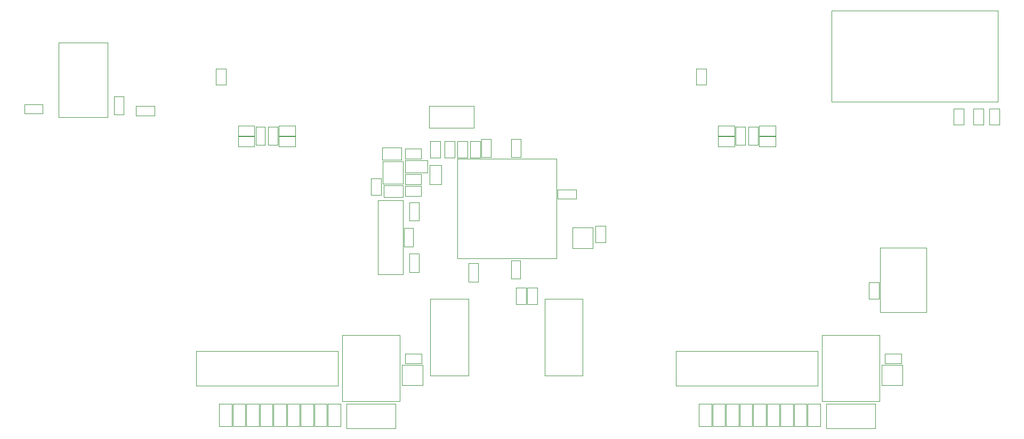
<source format=gbr>
G04 #@! TF.GenerationSoftware,KiCad,Pcbnew,5.0.2-bee76a0~70~ubuntu18.04.1*
G04 #@! TF.CreationDate,2019-04-15T14:09:08+02:00*
G04 #@! TF.ProjectId,top-board,746f702d-626f-4617-9264-2e6b69636164,rev?*
G04 #@! TF.SameCoordinates,PX47b3528PY2897428*
G04 #@! TF.FileFunction,Other,User*
%FSLAX46Y46*%
G04 Gerber Fmt 4.6, Leading zero omitted, Abs format (unit mm)*
G04 Created by KiCad (PCBNEW 5.0.2-bee76a0~70~ubuntu18.04.1) date Mon 15 Apr 2019 02:09:08 PM CEST*
%MOMM*%
%LPD*%
G01*
G04 APERTURE LIST*
%ADD10C,0.050000*%
G04 APERTURE END LIST*
D10*
G04 #@! TO.C,C1*
X4902540Y-4990400D02*
X7802540Y-4990400D01*
X4902540Y-6490400D02*
X7802540Y-6490400D01*
X4902540Y-4990400D02*
X4902540Y-6490400D01*
X7802540Y-4990400D02*
X7802540Y-6490400D01*
G04 #@! TO.C,C3*
X25517100Y-6764900D02*
X22617100Y-6764900D01*
X25517100Y-5264900D02*
X22617100Y-5264900D01*
X25517100Y-6764900D02*
X25517100Y-5264900D01*
X22617100Y-6764900D02*
X22617100Y-5264900D01*
G04 #@! TO.C,C21*
X116189600Y-52601900D02*
X116189600Y-56201900D01*
X114189600Y-52601900D02*
X114189600Y-56201900D01*
X116189600Y-52601900D02*
X114189600Y-52601900D01*
X116189600Y-56201900D02*
X114189600Y-56201900D01*
G04 #@! TO.C,C22*
X116348600Y-56201900D02*
X116348600Y-52601900D01*
X118348600Y-56201900D02*
X118348600Y-52601900D01*
X116348600Y-56201900D02*
X118348600Y-56201900D01*
X116348600Y-52601900D02*
X118348600Y-52601900D01*
G04 #@! TO.C,C37*
X129302600Y-56201900D02*
X129302600Y-52601900D01*
X131302600Y-56201900D02*
X131302600Y-52601900D01*
X129302600Y-56201900D02*
X131302600Y-56201900D01*
X129302600Y-52601900D02*
X131302600Y-52601900D01*
G04 #@! TO.C,C35*
X120666600Y-56201900D02*
X120666600Y-52601900D01*
X122666600Y-56201900D02*
X122666600Y-52601900D01*
X120666600Y-56201900D02*
X122666600Y-56201900D01*
X120666600Y-52601900D02*
X122666600Y-52601900D01*
G04 #@! TO.C,C23*
X118507600Y-56201900D02*
X118507600Y-52601900D01*
X120507600Y-56201900D02*
X120507600Y-52601900D01*
X118507600Y-56201900D02*
X120507600Y-56201900D01*
X118507600Y-52601900D02*
X120507600Y-52601900D01*
G04 #@! TO.C,C33*
X122825600Y-56201900D02*
X122825600Y-52601900D01*
X124825600Y-56201900D02*
X124825600Y-52601900D01*
X122825600Y-56201900D02*
X124825600Y-56201900D01*
X122825600Y-52601900D02*
X124825600Y-52601900D01*
G04 #@! TO.C,C31*
X124984600Y-56201900D02*
X124984600Y-52601900D01*
X126984600Y-56201900D02*
X126984600Y-52601900D01*
X124984600Y-56201900D02*
X126984600Y-56201900D01*
X124984600Y-52601900D02*
X126984600Y-52601900D01*
G04 #@! TO.C,C29*
X127143600Y-56201900D02*
X127143600Y-52601900D01*
X129143600Y-56201900D02*
X129143600Y-52601900D01*
X127143600Y-56201900D02*
X129143600Y-56201900D01*
X127143600Y-52601900D02*
X129143600Y-52601900D01*
G04 #@! TO.C,C27*
X112030600Y-56201900D02*
X112030600Y-52601900D01*
X114030600Y-56201900D02*
X114030600Y-52601900D01*
X112030600Y-56201900D02*
X114030600Y-56201900D01*
X112030600Y-52601900D02*
X114030600Y-52601900D01*
G04 #@! TO.C,C24*
X39989600Y-52601900D02*
X39989600Y-56201900D01*
X37989600Y-52601900D02*
X37989600Y-56201900D01*
X39989600Y-52601900D02*
X37989600Y-52601900D01*
X39989600Y-56201900D02*
X37989600Y-56201900D01*
G04 #@! TO.C,C25*
X40148600Y-56201900D02*
X40148600Y-52601900D01*
X42148600Y-56201900D02*
X42148600Y-52601900D01*
X40148600Y-56201900D02*
X42148600Y-56201900D01*
X40148600Y-52601900D02*
X42148600Y-52601900D01*
G04 #@! TO.C,C38*
X53102600Y-56201900D02*
X53102600Y-52601900D01*
X55102600Y-56201900D02*
X55102600Y-52601900D01*
X53102600Y-56201900D02*
X55102600Y-56201900D01*
X53102600Y-52601900D02*
X55102600Y-52601900D01*
G04 #@! TO.C,C36*
X44466600Y-56201900D02*
X44466600Y-52601900D01*
X46466600Y-56201900D02*
X46466600Y-52601900D01*
X44466600Y-56201900D02*
X46466600Y-56201900D01*
X44466600Y-52601900D02*
X46466600Y-52601900D01*
G04 #@! TO.C,C26*
X42307600Y-56201900D02*
X42307600Y-52601900D01*
X44307600Y-56201900D02*
X44307600Y-52601900D01*
X42307600Y-56201900D02*
X44307600Y-56201900D01*
X42307600Y-52601900D02*
X44307600Y-52601900D01*
G04 #@! TO.C,C34*
X46625600Y-56201900D02*
X46625600Y-52601900D01*
X48625600Y-56201900D02*
X48625600Y-52601900D01*
X46625600Y-56201900D02*
X48625600Y-56201900D01*
X46625600Y-52601900D02*
X48625600Y-52601900D01*
G04 #@! TO.C,C32*
X48784600Y-56201900D02*
X48784600Y-52601900D01*
X50784600Y-56201900D02*
X50784600Y-52601900D01*
X48784600Y-56201900D02*
X50784600Y-56201900D01*
X48784600Y-52601900D02*
X50784600Y-52601900D01*
G04 #@! TO.C,C30*
X50943600Y-56201900D02*
X50943600Y-52601900D01*
X52943600Y-56201900D02*
X52943600Y-52601900D01*
X50943600Y-56201900D02*
X52943600Y-56201900D01*
X50943600Y-52601900D02*
X52943600Y-52601900D01*
G04 #@! TO.C,C28*
X35830600Y-56201900D02*
X35830600Y-52601900D01*
X37830600Y-56201900D02*
X37830600Y-52601900D01*
X35830600Y-56201900D02*
X37830600Y-56201900D01*
X35830600Y-52601900D02*
X37830600Y-52601900D01*
G04 #@! TO.C,C9*
X76950600Y-30282400D02*
X76950600Y-33182400D01*
X75450600Y-30282400D02*
X75450600Y-33182400D01*
X76950600Y-30282400D02*
X75450600Y-30282400D01*
X76950600Y-33182400D02*
X75450600Y-33182400D01*
G04 #@! TO.C,C11*
X89597600Y-18536400D02*
X92497600Y-18536400D01*
X89597600Y-20036400D02*
X92497600Y-20036400D01*
X89597600Y-18536400D02*
X89597600Y-20036400D01*
X92497600Y-18536400D02*
X92497600Y-20036400D01*
G04 #@! TO.C,C12*
X77482600Y-13433900D02*
X77482600Y-10533900D01*
X78982600Y-13433900D02*
X78982600Y-10533900D01*
X77482600Y-13433900D02*
X78982600Y-13433900D01*
X77482600Y-10533900D02*
X78982600Y-10533900D01*
G04 #@! TO.C,C13*
X82195000Y-13421200D02*
X82195000Y-10521200D01*
X83695000Y-13421200D02*
X83695000Y-10521200D01*
X82195000Y-13421200D02*
X83695000Y-13421200D01*
X82195000Y-10521200D02*
X83695000Y-10521200D01*
G04 #@! TO.C,C14*
X83681600Y-29837900D02*
X83681600Y-32737900D01*
X82181600Y-29837900D02*
X82181600Y-32737900D01*
X83681600Y-29837900D02*
X82181600Y-29837900D01*
X83681600Y-32737900D02*
X82181600Y-32737900D01*
G04 #@! TO.C,C7*
X67552600Y-20566900D02*
X67552600Y-23466900D01*
X66052600Y-20566900D02*
X66052600Y-23466900D01*
X67552600Y-20566900D02*
X66052600Y-20566900D01*
X67552600Y-23466900D02*
X66052600Y-23466900D01*
G04 #@! TO.C,C8*
X66052600Y-31658400D02*
X66052600Y-28758400D01*
X67552600Y-31658400D02*
X67552600Y-28758400D01*
X66052600Y-31658400D02*
X67552600Y-31658400D01*
X66052600Y-28758400D02*
X67552600Y-28758400D01*
G04 #@! TO.C,C39*
X117868600Y-11490800D02*
X117868600Y-8590800D01*
X119368600Y-11490800D02*
X119368600Y-8590800D01*
X117868600Y-11490800D02*
X119368600Y-11490800D01*
X117868600Y-8590800D02*
X119368600Y-8590800D01*
G04 #@! TO.C,C41*
X41617800Y-11490800D02*
X41617800Y-8590800D01*
X43117800Y-11490800D02*
X43117800Y-8590800D01*
X41617800Y-11490800D02*
X43117800Y-11490800D01*
X41617800Y-8590800D02*
X43117800Y-8590800D01*
G04 #@! TO.C,C40*
X119875200Y-11490800D02*
X119875200Y-8590800D01*
X121375200Y-11490800D02*
X121375200Y-8590800D01*
X119875200Y-11490800D02*
X121375200Y-11490800D01*
X119875200Y-8590800D02*
X121375200Y-8590800D01*
G04 #@! TO.C,C42*
X43624400Y-11490800D02*
X43624400Y-8590800D01*
X45124400Y-11490800D02*
X45124400Y-8590800D01*
X43624400Y-11490800D02*
X45124400Y-11490800D01*
X43624400Y-8590800D02*
X45124400Y-8590800D01*
G04 #@! TO.C,P5*
X131594600Y-52160400D02*
X140694600Y-52160400D01*
X140694600Y-52160400D02*
X140694600Y-41660400D01*
X131594600Y-41660400D02*
X140694600Y-41660400D01*
X131594600Y-52160400D02*
X131594600Y-41660400D01*
G04 #@! TO.C,P6*
X55394600Y-52160400D02*
X64494600Y-52160400D01*
X64494600Y-52160400D02*
X64494600Y-41660400D01*
X55394600Y-41660400D02*
X64494600Y-41660400D01*
X55394600Y-52160400D02*
X55394600Y-41660400D01*
G04 #@! TO.C,P2*
X76298100Y-5295900D02*
X69148100Y-5295900D01*
X76298100Y-8745900D02*
X69148100Y-8745900D01*
X76298100Y-5295900D02*
X76298100Y-8745900D01*
X69148100Y-5295900D02*
X69148100Y-8745900D01*
G04 #@! TO.C,Q2*
X144311640Y-49618700D02*
X141011640Y-49618700D01*
X141011640Y-49618700D02*
X141011640Y-46418700D01*
X141011640Y-46418700D02*
X144311640Y-46418700D01*
X144311640Y-46418700D02*
X144311640Y-49618700D01*
G04 #@! TO.C,Q3*
X68124340Y-49631400D02*
X64824340Y-49631400D01*
X64824340Y-49631400D02*
X64824340Y-46431400D01*
X64824340Y-46431400D02*
X68124340Y-46431400D01*
X68124340Y-46431400D02*
X68124340Y-49631400D01*
G04 #@! TO.C,R13*
X141552140Y-44615200D02*
X144152140Y-44615200D01*
X141552140Y-46215200D02*
X144152140Y-46215200D01*
X141552140Y-44615200D02*
X141552140Y-46215200D01*
X144152140Y-44615200D02*
X144152140Y-46215200D01*
G04 #@! TO.C,R14*
X65364840Y-44615200D02*
X67964840Y-44615200D01*
X65364840Y-46215200D02*
X67964840Y-46215200D01*
X65364840Y-44615200D02*
X65364840Y-46215200D01*
X67964840Y-44615200D02*
X67964840Y-46215200D01*
G04 #@! TO.C,R12*
X95593600Y-26936400D02*
X95593600Y-24336400D01*
X97193600Y-26936400D02*
X97193600Y-24336400D01*
X95593600Y-26936400D02*
X97193600Y-26936400D01*
X95593600Y-24336400D02*
X97193600Y-24336400D01*
G04 #@! TO.C,R5*
X75654600Y-13474400D02*
X75654600Y-10874400D01*
X77254600Y-13474400D02*
X77254600Y-10874400D01*
X75654600Y-13474400D02*
X77254600Y-13474400D01*
X75654600Y-10874400D02*
X77254600Y-10874400D01*
G04 #@! TO.C,R7*
X73622600Y-13474400D02*
X73622600Y-10874400D01*
X75222600Y-13474400D02*
X75222600Y-10874400D01*
X73622600Y-13474400D02*
X75222600Y-13474400D01*
X73622600Y-10874400D02*
X75222600Y-10874400D01*
G04 #@! TO.C,R10*
X71654100Y-13474400D02*
X71654100Y-10874400D01*
X73254100Y-13474400D02*
X73254100Y-10874400D01*
X71654100Y-13474400D02*
X73254100Y-13474400D01*
X71654100Y-10874400D02*
X73254100Y-10874400D01*
G04 #@! TO.C,R8*
X69304600Y-13474400D02*
X69304600Y-10874400D01*
X70904600Y-13474400D02*
X70904600Y-10874400D01*
X69304600Y-13474400D02*
X70904600Y-13474400D01*
X69304600Y-10874400D02*
X70904600Y-10874400D01*
G04 #@! TO.C,R15*
X84735100Y-36778900D02*
X84735100Y-34178900D01*
X86335100Y-36778900D02*
X86335100Y-34178900D01*
X84735100Y-36778900D02*
X86335100Y-36778900D01*
X84735100Y-34178900D02*
X86335100Y-34178900D01*
G04 #@! TO.C,R17*
X111570200Y-1917400D02*
X111570200Y682600D01*
X113170200Y-1917400D02*
X113170200Y682600D01*
X111570200Y-1917400D02*
X113170200Y-1917400D01*
X111570200Y682600D02*
X113170200Y682600D01*
G04 #@! TO.C,R22*
X35319400Y-1917400D02*
X35319400Y682600D01*
X36919400Y-1917400D02*
X36919400Y682600D01*
X35319400Y-1917400D02*
X36919400Y-1917400D01*
X35319400Y682600D02*
X36919400Y682600D01*
G04 #@! TO.C,R18*
X115083400Y-8402600D02*
X117683400Y-8402600D01*
X115083400Y-10002600D02*
X117683400Y-10002600D01*
X115083400Y-8402600D02*
X115083400Y-10002600D01*
X117683400Y-8402600D02*
X117683400Y-10002600D01*
G04 #@! TO.C,R23*
X38832600Y-8402600D02*
X41432600Y-8402600D01*
X38832600Y-10002600D02*
X41432600Y-10002600D01*
X38832600Y-8402600D02*
X38832600Y-10002600D01*
X41432600Y-8402600D02*
X41432600Y-10002600D01*
G04 #@! TO.C,R20*
X117683400Y-11729800D02*
X115083400Y-11729800D01*
X117683400Y-10129800D02*
X115083400Y-10129800D01*
X117683400Y-11729800D02*
X117683400Y-10129800D01*
X115083400Y-11729800D02*
X115083400Y-10129800D01*
G04 #@! TO.C,R25*
X41432600Y-11729800D02*
X38832600Y-11729800D01*
X41432600Y-10129800D02*
X38832600Y-10129800D01*
X41432600Y-11729800D02*
X41432600Y-10129800D01*
X38832600Y-11729800D02*
X38832600Y-10129800D01*
G04 #@! TO.C,R16*
X82957100Y-36778900D02*
X82957100Y-34178900D01*
X84557100Y-36778900D02*
X84557100Y-34178900D01*
X82957100Y-36778900D02*
X84557100Y-36778900D01*
X82957100Y-34178900D02*
X84557100Y-34178900D01*
G04 #@! TO.C,R19*
X124160400Y-10002600D02*
X121560400Y-10002600D01*
X124160400Y-8402600D02*
X121560400Y-8402600D01*
X124160400Y-10002600D02*
X124160400Y-8402600D01*
X121560400Y-10002600D02*
X121560400Y-8402600D01*
G04 #@! TO.C,R24*
X47909600Y-10002600D02*
X45309600Y-10002600D01*
X47909600Y-8402600D02*
X45309600Y-8402600D01*
X47909600Y-10002600D02*
X47909600Y-8402600D01*
X45309600Y-10002600D02*
X45309600Y-8402600D01*
G04 #@! TO.C,R21*
X121560400Y-10129800D02*
X124160400Y-10129800D01*
X121560400Y-11729800D02*
X124160400Y-11729800D01*
X121560400Y-10129800D02*
X121560400Y-11729800D01*
X124160400Y-10129800D02*
X124160400Y-11729800D01*
G04 #@! TO.C,R26*
X45309600Y-10129800D02*
X47909600Y-10129800D01*
X45309600Y-11729800D02*
X47909600Y-11729800D01*
X45309600Y-10129800D02*
X45309600Y-11729800D01*
X47909600Y-10129800D02*
X47909600Y-11729800D01*
G04 #@! TO.C,SW1*
X60992600Y-20244400D02*
X60992600Y-32044400D01*
X64992600Y-32044400D02*
X60992600Y-32044400D01*
X64992600Y-20244400D02*
X60992600Y-20244400D01*
X64992600Y-20244400D02*
X64992600Y-32044400D01*
G04 #@! TO.C,U4*
X73609200Y-13697800D02*
X73609200Y-29497800D01*
X89409200Y-13697800D02*
X89409200Y-29497800D01*
X73609200Y-13697800D02*
X89409200Y-13697800D01*
X73609200Y-29497800D02*
X89409200Y-29497800D01*
G04 #@! TO.C,U5*
X148125800Y-38076200D02*
X148125800Y-27776200D01*
X140825800Y-38076200D02*
X140825800Y-27776200D01*
X148125800Y-38076200D02*
X140825800Y-38076200D01*
X148125800Y-27776200D02*
X140825800Y-27776200D01*
G04 #@! TO.C,P7*
X93577100Y-35947400D02*
X87527100Y-35947400D01*
X93577100Y-48097400D02*
X87527100Y-48097400D01*
X93577100Y-35947400D02*
X93577100Y-48097400D01*
X87527100Y-35947400D02*
X87527100Y-48097400D01*
G04 #@! TO.C,P8*
X75416100Y-35947400D02*
X69366100Y-35947400D01*
X75416100Y-48097400D02*
X69366100Y-48097400D01*
X75416100Y-35947400D02*
X75416100Y-48097400D01*
X69366100Y-35947400D02*
X69366100Y-48097400D01*
G04 #@! TO.C,C2*
X19115340Y-6631600D02*
X19115340Y-3731600D01*
X20615340Y-6631600D02*
X20615340Y-3731600D01*
X19115340Y-6631600D02*
X20615340Y-6631600D01*
X19115340Y-3731600D02*
X20615340Y-3731600D01*
G04 #@! TO.C,C5*
X68920100Y-15904900D02*
X65320100Y-15904900D01*
X68920100Y-13904900D02*
X65320100Y-13904900D01*
X68920100Y-15904900D02*
X68920100Y-13904900D01*
X65320100Y-15904900D02*
X65320100Y-13904900D01*
G04 #@! TO.C,C6*
X66663600Y-24694400D02*
X66663600Y-27594400D01*
X65163600Y-24694400D02*
X65163600Y-27594400D01*
X66663600Y-24694400D02*
X65163600Y-24694400D01*
X66663600Y-27594400D02*
X65163600Y-27594400D01*
G04 #@! TO.C,D1*
X64746600Y-13822900D02*
X61746600Y-13822900D01*
X61746600Y-13822900D02*
X61746600Y-11922900D01*
X64746600Y-11922900D02*
X61746600Y-11922900D01*
X64746600Y-13822900D02*
X64746600Y-11922900D01*
G04 #@! TO.C,D2*
X71105400Y-14687600D02*
X71105400Y-17687600D01*
X71105400Y-17687600D02*
X69205400Y-17687600D01*
X69205400Y-14687600D02*
X69205400Y-17687600D01*
X71105400Y-14687600D02*
X69205400Y-14687600D01*
G04 #@! TO.C,D3*
X65000600Y-19791900D02*
X62000600Y-19791900D01*
X62000600Y-19791900D02*
X62000600Y-17891900D01*
X65000600Y-17891900D02*
X62000600Y-17891900D01*
X65000600Y-19791900D02*
X65000600Y-17891900D01*
G04 #@! TO.C,Q1*
X91924100Y-27921400D02*
X91924100Y-24621400D01*
X91924100Y-24621400D02*
X95124100Y-24621400D01*
X95124100Y-24621400D02*
X95124100Y-27921400D01*
X95124100Y-27921400D02*
X91924100Y-27921400D01*
G04 #@! TO.C,R1*
X67912100Y-13672900D02*
X65312100Y-13672900D01*
X67912100Y-12072900D02*
X65312100Y-12072900D01*
X67912100Y-13672900D02*
X67912100Y-12072900D01*
X65312100Y-13672900D02*
X65312100Y-12072900D01*
G04 #@! TO.C,R2*
X67912100Y-17736900D02*
X65312100Y-17736900D01*
X67912100Y-16136900D02*
X65312100Y-16136900D01*
X67912100Y-17736900D02*
X67912100Y-16136900D01*
X65312100Y-17736900D02*
X65312100Y-16136900D01*
G04 #@! TO.C,R3*
X65312100Y-17978400D02*
X67912100Y-17978400D01*
X65312100Y-19578400D02*
X67912100Y-19578400D01*
X65312100Y-17978400D02*
X65312100Y-19578400D01*
X67912100Y-17978400D02*
X67912100Y-19578400D01*
G04 #@! TO.C,R4*
X158141100Y-8267400D02*
X158141100Y-5667400D01*
X159741100Y-8267400D02*
X159741100Y-5667400D01*
X158141100Y-8267400D02*
X159741100Y-8267400D01*
X158141100Y-5667400D02*
X159741100Y-5667400D01*
G04 #@! TO.C,R6*
X155613800Y-8267400D02*
X155613800Y-5667400D01*
X157213800Y-8267400D02*
X157213800Y-5667400D01*
X155613800Y-8267400D02*
X157213800Y-8267400D01*
X155613800Y-5667400D02*
X157213800Y-5667400D01*
G04 #@! TO.C,R9*
X152464200Y-8267400D02*
X152464200Y-5667400D01*
X154064200Y-8267400D02*
X154064200Y-5667400D01*
X152464200Y-8267400D02*
X154064200Y-8267400D01*
X152464200Y-5667400D02*
X154064200Y-5667400D01*
G04 #@! TO.C,R11*
X61570100Y-16779900D02*
X61570100Y-19379900D01*
X59970100Y-16779900D02*
X59970100Y-19379900D01*
X61570100Y-16779900D02*
X59970100Y-16779900D01*
X61570100Y-19379900D02*
X59970100Y-19379900D01*
G04 #@! TO.C,U3*
X61773600Y-17657400D02*
X61773600Y-14057400D01*
X61773600Y-14057400D02*
X64973600Y-14057400D01*
X64973600Y-14057400D02*
X64973600Y-17657400D01*
X64973600Y-17657400D02*
X61773600Y-17657400D01*
G04 #@! TO.C,P4*
X133066600Y-4634400D02*
X159466600Y-4634400D01*
X133066600Y9915600D02*
X159466600Y9915600D01*
X133066600Y-4634400D02*
X133066600Y9915600D01*
X159466600Y-4634400D02*
X159466600Y9915600D01*
G04 #@! TO.C,GLCD1*
X108384600Y-49737400D02*
X108384600Y-44237400D01*
X130884600Y-49737400D02*
X130884600Y-44237400D01*
X130884600Y-44237400D02*
X108384600Y-44237400D01*
X130884600Y-49737400D02*
X108384600Y-49737400D01*
G04 #@! TO.C,GLCD2*
X32184600Y-49737400D02*
X32184600Y-44237400D01*
X54684600Y-49737400D02*
X54684600Y-44237400D01*
X54684600Y-44237400D02*
X32184600Y-44237400D01*
X54684600Y-49737400D02*
X32184600Y-49737400D01*
G04 #@! TO.C,R45*
X140046540Y-56509200D02*
X132246540Y-56509200D01*
X140046540Y-52609200D02*
X132246540Y-52609200D01*
X140046540Y-56509200D02*
X140046540Y-52609200D01*
X132246540Y-56509200D02*
X132246540Y-52609200D01*
G04 #@! TO.C,R46*
X63846540Y-56509200D02*
X56046540Y-56509200D01*
X63846540Y-52609200D02*
X56046540Y-52609200D01*
X63846540Y-56509200D02*
X63846540Y-52609200D01*
X56046540Y-56509200D02*
X56046540Y-52609200D01*
G04 #@! TO.C,P1*
X10295740Y-7072000D02*
X10295740Y4828000D01*
X18095740Y-7072000D02*
X18095740Y4828000D01*
X18095740Y4828000D02*
X10295740Y4828000D01*
X18095740Y-7072000D02*
X10295740Y-7072000D01*
G04 #@! TO.C,R47*
X140629540Y-33345600D02*
X140629540Y-35945600D01*
X139029540Y-33345600D02*
X139029540Y-35945600D01*
X140629540Y-33345600D02*
X139029540Y-33345600D01*
X140629540Y-35945600D02*
X139029540Y-35945600D01*
G04 #@! TD*
M02*

</source>
